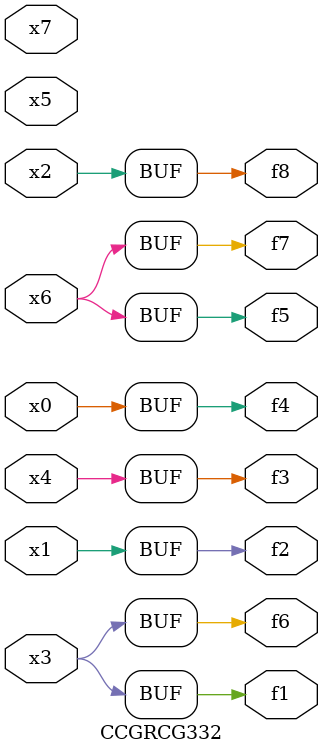
<source format=v>
module CCGRCG332(
	input x0, x1, x2, x3, x4, x5, x6, x7,
	output f1, f2, f3, f4, f5, f6, f7, f8
);
	assign f1 = x3;
	assign f2 = x1;
	assign f3 = x4;
	assign f4 = x0;
	assign f5 = x6;
	assign f6 = x3;
	assign f7 = x6;
	assign f8 = x2;
endmodule

</source>
